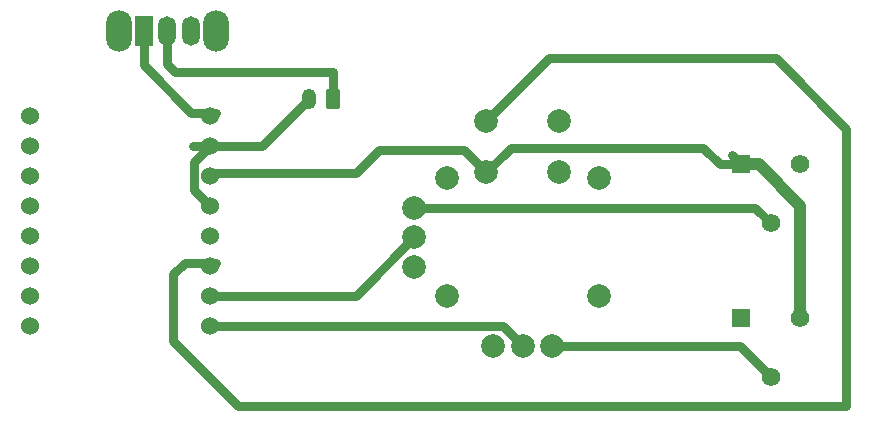
<source format=gtl>
%TF.GenerationSoftware,KiCad,Pcbnew,8.0.8*%
%TF.CreationDate,2025-02-18T22:42:37+01:00*%
%TF.ProjectId,T_lecommande,54e96c65-636f-46d6-9d61-6e64652e6b69,rev?*%
%TF.SameCoordinates,Original*%
%TF.FileFunction,Copper,L1,Top*%
%TF.FilePolarity,Positive*%
%FSLAX46Y46*%
G04 Gerber Fmt 4.6, Leading zero omitted, Abs format (unit mm)*
G04 Created by KiCad (PCBNEW 8.0.8) date 2025-02-18 22:42:37*
%MOMM*%
%LPD*%
G01*
G04 APERTURE LIST*
G04 Aperture macros list*
%AMRoundRect*
0 Rectangle with rounded corners*
0 $1 Rounding radius*
0 $2 $3 $4 $5 $6 $7 $8 $9 X,Y pos of 4 corners*
0 Add a 4 corners polygon primitive as box body*
4,1,4,$2,$3,$4,$5,$6,$7,$8,$9,$2,$3,0*
0 Add four circle primitives for the rounded corners*
1,1,$1+$1,$2,$3*
1,1,$1+$1,$4,$5*
1,1,$1+$1,$6,$7*
1,1,$1+$1,$8,$9*
0 Add four rect primitives between the rounded corners*
20,1,$1+$1,$2,$3,$4,$5,0*
20,1,$1+$1,$4,$5,$6,$7,0*
20,1,$1+$1,$6,$7,$8,$9,0*
20,1,$1+$1,$8,$9,$2,$3,0*%
G04 Aperture macros list end*
%TA.AperFunction,ComponentPad*%
%ADD10C,1.524000*%
%TD*%
%TA.AperFunction,ComponentPad*%
%ADD11C,2.000000*%
%TD*%
%TA.AperFunction,ComponentPad*%
%ADD12R,1.560000X1.560000*%
%TD*%
%TA.AperFunction,ComponentPad*%
%ADD13C,1.560000*%
%TD*%
%TA.AperFunction,ComponentPad*%
%ADD14O,2.200000X3.500000*%
%TD*%
%TA.AperFunction,ComponentPad*%
%ADD15R,1.500000X2.500000*%
%TD*%
%TA.AperFunction,ComponentPad*%
%ADD16O,1.500000X2.500000*%
%TD*%
%TA.AperFunction,ComponentPad*%
%ADD17RoundRect,0.250000X0.350000X0.625000X-0.350000X0.625000X-0.350000X-0.625000X0.350000X-0.625000X0*%
%TD*%
%TA.AperFunction,ComponentPad*%
%ADD18O,1.200000X1.750000*%
%TD*%
%TA.AperFunction,ViaPad*%
%ADD19C,0.600000*%
%TD*%
%TA.AperFunction,Conductor*%
%ADD20C,0.800000*%
%TD*%
%TA.AperFunction,Conductor*%
%ADD21C,1.000000*%
%TD*%
G04 APERTURE END LIST*
D10*
%TO.P,U2,1,5V*%
%TO.N,5V*%
X69600000Y-60920000D03*
%TO.P,U2,2,GND*%
%TO.N,GND*%
X69600000Y-63460000D03*
%TO.P,U2,3,3.3V*%
%TO.N,3V3*%
X69600000Y-66000000D03*
%TO.P,U2,4,GPIO4*%
%TO.N,GND*%
X69600000Y-68540000D03*
%TO.P,U2,5,GPIO3*%
%TO.N,unconnected-(U2-GPIO3-Pad5)*%
X69600000Y-71080000D03*
%TO.P,U2,6,GPIO2*%
%TO.N,Net-(U2-GPIO2)*%
X69600000Y-73620000D03*
%TO.P,U2,7,GPIO1*%
%TO.N,Net-(R1-V)*%
X69600000Y-76160000D03*
%TO.P,U2,8,GPIO0*%
%TO.N,Net-(R1-H)*%
X69600000Y-78700000D03*
%TO.P,U2,9,GPIO21*%
%TO.N,unconnected-(U2-GPIO21-Pad9)*%
X54360000Y-78700000D03*
%TO.P,U2,10,GPIO20*%
%TO.N,unconnected-(U2-GPIO20-Pad10)*%
X54360000Y-76160000D03*
%TO.P,U2,11,GPIO10*%
%TO.N,unconnected-(U2-GPIO10-Pad11)*%
X54360000Y-73620000D03*
%TO.P,U2,12,GPIO9*%
%TO.N,unconnected-(U2-GPIO9-Pad12)*%
X54360000Y-71080000D03*
%TO.P,U2,13,GPIO8*%
%TO.N,unconnected-(U2-GPIO8-Pad13)*%
X54360000Y-68540000D03*
%TO.P,U2,14,GPIO7*%
%TO.N,unconnected-(U2-GPIO7-Pad14)*%
X54360000Y-66000000D03*
%TO.P,U2,15,GPIO6*%
%TO.N,unconnected-(U2-GPIO6-Pad15)*%
X54360000Y-63460000D03*
%TO.P,U2,16,GPIO5*%
%TO.N,unconnected-(U2-GPIO5-Pad16)*%
X54360000Y-60920000D03*
%TD*%
D11*
%TO.P,R1,1,V+*%
%TO.N,Net-(R1-V+)*%
X86900000Y-68700000D03*
%TO.P,R1,2,V*%
%TO.N,Net-(R1-V)*%
X86900000Y-71200000D03*
%TO.P,R1,3,V-*%
%TO.N,GND*%
X86900000Y-73700000D03*
%TO.P,R1,4,H+*%
X93600000Y-80400000D03*
%TO.P,R1,5,H*%
%TO.N,Net-(R1-H)*%
X96100000Y-80400000D03*
%TO.P,R1,6,H+*%
%TO.N,Net-(R1-H+-Pad6)*%
X98600000Y-80400000D03*
%TO.P,R1,7,SEL+*%
%TO.N,unconnected-(R1-SEL+-Pad7)*%
X99200000Y-65700000D03*
%TO.P,R1,8,SEL-*%
%TO.N,3V3*%
X93000000Y-65700000D03*
%TO.P,R1,9,SEL+*%
%TO.N,unconnected-(R1-SEL+-Pad9)*%
X99200000Y-61350000D03*
%TO.P,R1,10,SEL-*%
%TO.N,Net-(U2-GPIO2)*%
X93000000Y-61350000D03*
%TO.P,R1,11,MP*%
%TO.N,GND*%
X89650000Y-76200000D03*
%TO.P,R1,12,MP*%
%TO.N,unconnected-(R1-MP-Pad12)*%
X102550000Y-76200000D03*
%TO.P,R1,13,MP*%
%TO.N,unconnected-(R1-MP-Pad13)*%
X89650000Y-66200000D03*
%TO.P,R1,14,MP*%
%TO.N,GND*%
X102550000Y-66200000D03*
%TD*%
D12*
%TO.P,RV2,1,1*%
%TO.N,unconnected-(RV2-Pad1)*%
X114600000Y-78020000D03*
D13*
%TO.P,RV2,2,2*%
%TO.N,Net-(R1-H+-Pad6)*%
X117100000Y-83020000D03*
%TO.P,RV2,3,3*%
%TO.N,3V3*%
X119600000Y-78020000D03*
%TD*%
D14*
%TO.P,SW1,*%
%TO.N,*%
X61900000Y-53700000D03*
X70100000Y-53700000D03*
D15*
%TO.P,SW1,1,A*%
%TO.N,5V*%
X64000000Y-53700000D03*
D16*
%TO.P,SW1,2,B*%
%TO.N,Net-(J1-Pin_1)*%
X66000000Y-53700000D03*
%TO.P,SW1,3,C*%
%TO.N,unconnected-(SW1A-C-Pad3)*%
X68000000Y-53700000D03*
%TD*%
D12*
%TO.P,RV1,1,1*%
%TO.N,3V3*%
X114600000Y-65020000D03*
D13*
%TO.P,RV1,2,2*%
%TO.N,Net-(R1-V+)*%
X117100000Y-70020000D03*
%TO.P,RV1,3,3*%
%TO.N,unconnected-(RV1-Pad3)*%
X119600000Y-65020000D03*
%TD*%
D17*
%TO.P,J1,1,Pin_1*%
%TO.N,Net-(J1-Pin_1)*%
X80000000Y-59450000D03*
D18*
%TO.P,J1,2,Pin_2*%
%TO.N,GND*%
X78000000Y-59450000D03*
%TD*%
D19*
%TO.N,GND*%
X68200000Y-63500000D03*
%TD*%
D20*
%TO.N,Net-(U2-GPIO2)*%
X123500000Y-62000000D02*
X117500000Y-56000000D01*
X70100000Y-73340000D02*
X67487500Y-73340000D01*
X72000000Y-85500000D02*
X123500000Y-85500000D01*
X67487500Y-73340000D02*
X66500000Y-74327500D01*
X98350000Y-56000000D02*
X93000000Y-61350000D01*
X117500000Y-56000000D02*
X98350000Y-56000000D01*
X123500000Y-85500000D02*
X123500000Y-62000000D01*
X66500000Y-74327500D02*
X66500000Y-80000000D01*
X66500000Y-80000000D02*
X72000000Y-85500000D01*
%TO.N,Net-(R1-V+)*%
X86900000Y-68700000D02*
X115780000Y-68700000D01*
X115780000Y-68700000D02*
X117100000Y-70020000D01*
%TO.N,Net-(R1-V)*%
X81940000Y-76160000D02*
X86900000Y-71200000D01*
X69600000Y-76160000D02*
X81940000Y-76160000D01*
%TO.N,Net-(R1-H)*%
X94400000Y-78700000D02*
X96100000Y-80400000D01*
X69600000Y-78700000D02*
X94400000Y-78700000D01*
%TO.N,Net-(R1-H+-Pad6)*%
X98600000Y-80400000D02*
X114480000Y-80400000D01*
X114480000Y-80400000D02*
X117100000Y-83020000D01*
D21*
X116940000Y-82860000D02*
X117100000Y-83020000D01*
%TO.N,3V3*%
X119600000Y-68560000D02*
X119600000Y-78020000D01*
D20*
X83900000Y-63800000D02*
X91100000Y-63800000D01*
X93000000Y-65700000D02*
X95100000Y-63600000D01*
D21*
X114600000Y-65020000D02*
X116060000Y-65020000D01*
D20*
X70100000Y-65720000D02*
X81980000Y-65720000D01*
X111400000Y-63600000D02*
X112820000Y-65020000D01*
X114600000Y-65020000D02*
X113840000Y-64260000D01*
D21*
X116060000Y-65020000D02*
X119600000Y-68560000D01*
D20*
X112820000Y-65020000D02*
X114600000Y-65020000D01*
X81980000Y-65720000D02*
X83900000Y-63800000D01*
X95100000Y-63600000D02*
X111400000Y-63600000D01*
X91100000Y-63800000D02*
X93000000Y-65700000D01*
%TO.N,5V*%
X64000000Y-53700000D02*
X64000000Y-56587500D01*
X63600000Y-54109188D02*
X63600000Y-53700000D01*
X63600000Y-54200000D02*
X63600000Y-53700000D01*
X63600000Y-53290812D02*
X63600000Y-53700000D01*
X64000000Y-56587500D02*
X68052500Y-60640000D01*
X68052500Y-60640000D02*
X70100000Y-60640000D01*
%TO.N,GND*%
X73990000Y-63460000D02*
X78000000Y-59450000D01*
X69600000Y-68540000D02*
X68238000Y-67178000D01*
X68240000Y-63460000D02*
X68200000Y-63500000D01*
X68238000Y-67178000D02*
X68238000Y-64822000D01*
X69600000Y-63460000D02*
X73990000Y-63460000D01*
X69600000Y-63460000D02*
X68240000Y-63460000D01*
X68238000Y-64822000D02*
X69600000Y-63460000D01*
%TO.N,Net-(J1-Pin_1)*%
X66690812Y-57200000D02*
X66000000Y-56509188D01*
X66000000Y-56509188D02*
X66000000Y-53700000D01*
X80000000Y-59450000D02*
X80000000Y-57200000D01*
X80000000Y-57200000D02*
X66690812Y-57200000D01*
%TD*%
M02*

</source>
